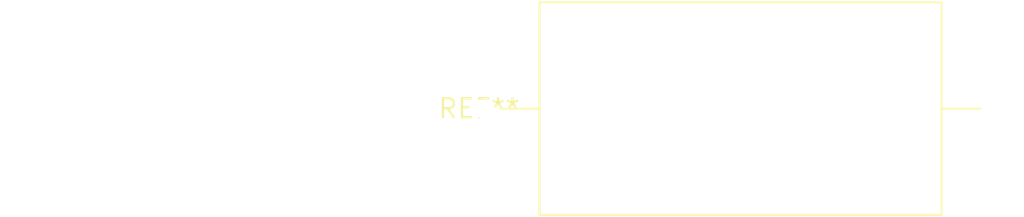
<source format=kicad_pcb>
(kicad_pcb (version 20240108) (generator pcbnew)
  (layers (0 "F.Cu" signal) (31 "B.Cu" signal) (34 "B.Paste" user) (35 "F.Paste" user) (36 "B.SilkS" user "B.Silkscreen") (37 "F.SilkS" user "F.Silkscreen") (38 "B.Mask" user) (39 "F.Mask" user) (44 "Edge.Cuts" user))
  (net 0 "")
  (footprint "L_Axial_L26.7mm_D14.0mm_P35.00mm_Horizontal_Vishay_IHA-104" (layer "F.Cu") (at 0 0)
    (property "Reference" "REF**")
    (property "Value" "L_Axial_L26.7mm_D14.0mm_P35.00mm_Horizontal_Vishay_IHA-104")
    (fp_line (start 1.44 0) (end 4.045 0) (layer "F.SilkS") (stroke (width 0.12)))
    (fp_line (start 4.045 -7.105) (end 4.045 7.105) (layer "F.SilkS") (stroke (width 0.12)))
    (fp_line (start 4.045 7.105) (end 30.955 7.105) (layer "F.SilkS") (stroke (width 0.12)))
    (fp_line (start 30.955 -7.105) (end 4.045 -7.105) (layer "F.SilkS") (stroke (width 0.12)))
    (fp_line (start 30.955 7.105) (end 30.955 -7.105) (layer "F.SilkS") (stroke (width 0.12)))
    (fp_line (start 33.56 0) (end 30.955 0) (layer "F.SilkS") (stroke (width 0.12)))
    (pad "1" thru_hole circle (at 0 0) (size 2.4 2.4) (drill 1.2) (layers *.Cu *.Mask) (remove_unused_layers))
    (pad "2" thru_hole oval (at 35 0) (size 2.4 2.4) (drill 1.2) (layers *.Cu *.Mask) (remove_unused_layers))
  )
)
</source>
